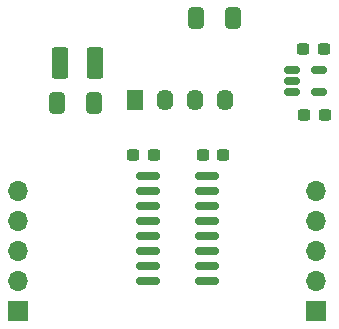
<source format=gbr>
%TF.GenerationSoftware,KiCad,Pcbnew,(6.0.4-0)*%
%TF.CreationDate,2022-07-13T07:01:54-06:00*%
%TF.ProjectId,level_translator,6c657665-6c5f-4747-9261-6e736c61746f,rev?*%
%TF.SameCoordinates,Original*%
%TF.FileFunction,Soldermask,Top*%
%TF.FilePolarity,Negative*%
%FSLAX46Y46*%
G04 Gerber Fmt 4.6, Leading zero omitted, Abs format (unit mm)*
G04 Created by KiCad (PCBNEW (6.0.4-0)) date 2022-07-13 07:01:54*
%MOMM*%
%LPD*%
G01*
G04 APERTURE LIST*
G04 Aperture macros list*
%AMRoundRect*
0 Rectangle with rounded corners*
0 $1 Rounding radius*
0 $2 $3 $4 $5 $6 $7 $8 $9 X,Y pos of 4 corners*
0 Add a 4 corners polygon primitive as box body*
4,1,4,$2,$3,$4,$5,$6,$7,$8,$9,$2,$3,0*
0 Add four circle primitives for the rounded corners*
1,1,$1+$1,$2,$3*
1,1,$1+$1,$4,$5*
1,1,$1+$1,$6,$7*
1,1,$1+$1,$8,$9*
0 Add four rect primitives between the rounded corners*
20,1,$1+$1,$2,$3,$4,$5,0*
20,1,$1+$1,$4,$5,$6,$7,0*
20,1,$1+$1,$6,$7,$8,$9,0*
20,1,$1+$1,$8,$9,$2,$3,0*%
G04 Aperture macros list end*
%ADD10RoundRect,0.250001X-0.462499X-1.074999X0.462499X-1.074999X0.462499X1.074999X-0.462499X1.074999X0*%
%ADD11R,1.400000X1.800000*%
%ADD12O,1.400000X1.800000*%
%ADD13RoundRect,0.237500X-0.300000X-0.237500X0.300000X-0.237500X0.300000X0.237500X-0.300000X0.237500X0*%
%ADD14RoundRect,0.250000X0.412500X0.650000X-0.412500X0.650000X-0.412500X-0.650000X0.412500X-0.650000X0*%
%ADD15RoundRect,0.237500X0.300000X0.237500X-0.300000X0.237500X-0.300000X-0.237500X0.300000X-0.237500X0*%
%ADD16RoundRect,0.150000X-0.825000X-0.150000X0.825000X-0.150000X0.825000X0.150000X-0.825000X0.150000X0*%
%ADD17R,1.700000X1.700000*%
%ADD18O,1.700000X1.700000*%
%ADD19RoundRect,0.150000X-0.512500X-0.150000X0.512500X-0.150000X0.512500X0.150000X-0.512500X0.150000X0*%
G04 APERTURE END LIST*
D10*
%TO.C,L1*%
X154612500Y-76500000D03*
X157587500Y-76500000D03*
%TD*%
D11*
%TO.C,PS1*%
X161000000Y-79600000D03*
D12*
X163540000Y-79600000D03*
X166080000Y-79600000D03*
X168620000Y-79600000D03*
%TD*%
D13*
%TO.C,C6*%
X175337500Y-80900000D03*
X177062500Y-80900000D03*
%TD*%
%TO.C,C5*%
X175237500Y-75300000D03*
X176962500Y-75300000D03*
%TD*%
D14*
%TO.C,C4*%
X169262500Y-72700000D03*
X166137500Y-72700000D03*
%TD*%
%TO.C,C3*%
X157500000Y-79900000D03*
X154375000Y-79900000D03*
%TD*%
D13*
%TO.C,C2*%
X166737500Y-84300000D03*
X168462500Y-84300000D03*
%TD*%
D15*
%TO.C,C1*%
X162562500Y-84300000D03*
X160837500Y-84300000D03*
%TD*%
D16*
%TO.C,U1*%
X162135000Y-86055000D03*
X162135000Y-87325000D03*
X162135000Y-88595000D03*
X162135000Y-89865000D03*
X162135000Y-91135000D03*
X162135000Y-92405000D03*
X162135000Y-93675000D03*
X162135000Y-94945000D03*
X167085000Y-94945000D03*
X167085000Y-93675000D03*
X167085000Y-92405000D03*
X167085000Y-91135000D03*
X167085000Y-89865000D03*
X167085000Y-88595000D03*
X167085000Y-87325000D03*
X167085000Y-86055000D03*
%TD*%
D17*
%TO.C,J1*%
X151100000Y-97500000D03*
D18*
X151100000Y-94960000D03*
X151100000Y-92420000D03*
X151100000Y-89880000D03*
X151100000Y-87340000D03*
%TD*%
D17*
%TO.C,J2*%
X176300000Y-97500000D03*
D18*
X176300000Y-94960000D03*
X176300000Y-92420000D03*
X176300000Y-89880000D03*
X176300000Y-87340000D03*
%TD*%
D19*
%TO.C,U2*%
X174262500Y-77050000D03*
X174262500Y-78000000D03*
X174262500Y-78950000D03*
X176537500Y-78950000D03*
X176537500Y-77050000D03*
%TD*%
M02*

</source>
